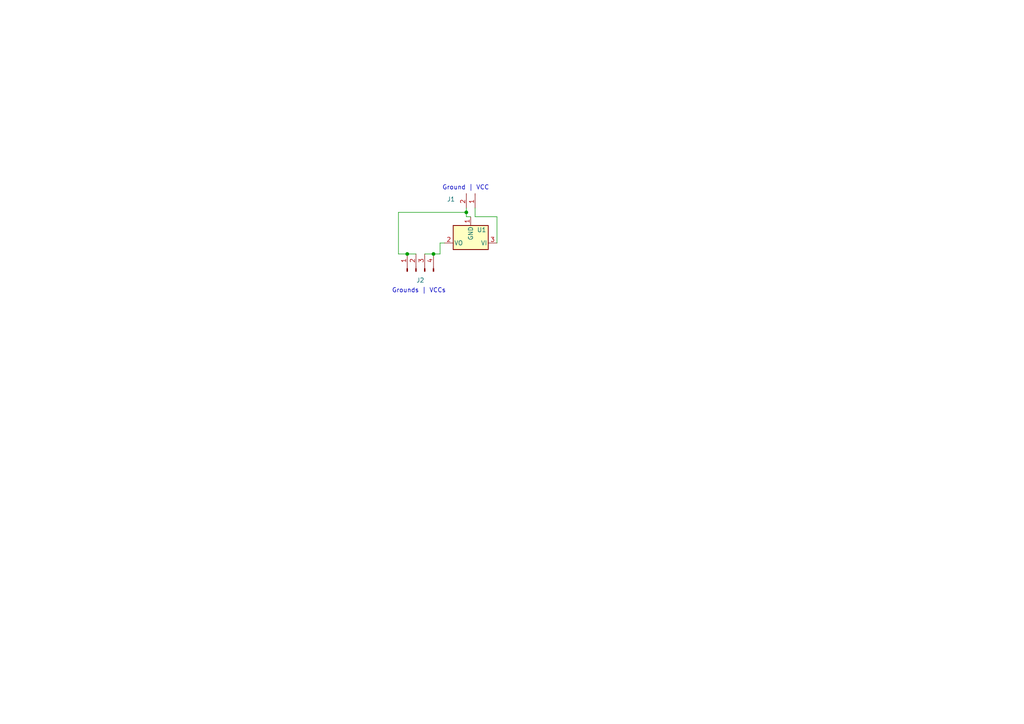
<source format=kicad_sch>
(kicad_sch (version 20211123) (generator eeschema)
  (paper "A4")
  (lib_symbols
    (symbol "Fab Library:Conn_PinHeader_1x02_P2.54mm_Horizontal_SMD" (pin_names (offset 1.016))
      (property "Reference" "J" (at 0 2.54 0))
      (property "Value" "Conn_PinHeader_1x02_P2.54mm_Horizontal_SMD" (at 0 -5.08 0))
      (symbol "Conn_PinHeader_1x02_P2.54mm_Horizontal_SMD_1_1"
        (polyline (pts (xy 1.27 -2.54) (xy 0.8636 -2.54)) (stroke (width 0.1524)))
        (polyline (pts (xy 1.27 0) (xy 0.8636 0)) (stroke (width 0.1524)))
        (pin passive line (at 5.08 0 180) (length 3.81) (name "~") (number "1"))
        (pin passive line (at 5.08 -2.54 180) (length 3.81) (name "~") (number "2"))
      )
    )
    (symbol "Fab Library:Conn_PinHeader_1x04_P2.54mm_Horizontal_SMD" (pin_names (offset 1.016) hide)
      (property "Reference" "J" (at 0 5.08 0))
      (property "Value" "Conn_PinHeader_1x04_P2.54mm_Horizontal_SMD" (at 0 -7.62 0))
      (symbol "Conn_PinHeader_1x04_P2.54mm_Horizontal_SMD_1_1"
        (polyline (pts (xy 1.27 -5.08) (xy 0.8636 -5.08)) (stroke (width 0.1524)))
        (polyline (pts (xy 1.27 -2.54) (xy 0.8636 -2.54)) (stroke (width 0.1524)))
        (polyline (pts (xy 1.27 0) (xy 0.8636 0)) (stroke (width 0.1524)))
        (polyline (pts (xy 1.27 2.54) (xy 0.8636 2.54)) (stroke (width 0.1524)))
        (rectangle (start 0.8636 -4.953) (end 0 -5.207) (stroke (width 0.1524)) (fill (type outline)))
        (rectangle (start 0.8636 -2.413) (end 0 -2.667) (stroke (width 0.1524)) (fill (type outline)))
        (rectangle (start 0.8636 0.127) (end 0 -0.127) (stroke (width 0.1524)) (fill (type outline)))
        (rectangle (start 0.8636 2.667) (end 0 2.413) (stroke (width 0.1524)) (fill (type outline)))
        (pin passive line (at 5.08 2.54 180) (length 3.81) (name "Pin_1") (number "1"))
        (pin passive line (at 5.08 0 180) (length 3.81) (name "Pin_2") (number "2"))
        (pin passive line (at 5.08 -2.54 180) (length 3.81) (name "Pin_3") (number "3"))
        (pin passive line (at 5.08 -5.08 180) (length 3.81) (name "Pin_4") (number "4"))
      )
    )
    (symbol "Fab Library:Regulator_Linear_NCP1117-5.0V-1A" (pin_names (offset 0.254))
      (property "Reference" "U" (at -3.81 3.175 0))
      (property "Value" "Regulator_Linear_NCP1117-5.0V-1A" (at 0 3.175 0))
      (symbol "Regulator_Linear_NCP1117-5.0V-1A_0_1"
        (rectangle (start -5.08 -5.08) (end 5.08 1.905) (stroke (width 0.254)) (fill (type background)))
      )
      (symbol "Regulator_Linear_NCP1117-5.0V-1A_1_1"
        (pin power_in line (at 0 -7.62 90) (length 2.54) (name "GND") (number "1"))
        (pin power_out line (at 7.62 0 180) (length 2.54) (name "VO") (number "2"))
        (pin power_in line (at -7.62 0 0) (length 2.54) (name "VI") (number "3"))
      )
    )
  )
  (junction (at 118.11 73.66))
  (junction (at 135.255 61.595))
  (junction (at 125.73 73.66))
  (wire (pts (xy 135.255 60.325) (xy 135.255 61.595)))
  (wire (pts (xy 135.255 62.865) (xy 136.525 62.865)))
  (wire (pts (xy 135.255 61.595) (xy 135.255 62.865)))
  (wire (pts (xy 115.57 73.66) (xy 118.11 73.66)))
  (wire (pts (xy 128.905 70.485) (xy 127.635 70.485)))
  (wire (pts (xy 144.145 62.865) (xy 137.795 62.865)))
  (wire (pts (xy 144.145 70.485) (xy 144.145 62.865)))
  (wire (pts (xy 118.11 73.66) (xy 120.65 73.66)))
  (wire (pts (xy 115.57 61.595) (xy 135.255 61.595)))
  (wire (pts (xy 137.795 62.865) (xy 137.795 60.325)))
  (wire (pts (xy 123.19 73.66) (xy 125.73 73.66)))
  (wire (pts (xy 127.635 73.66) (xy 125.73 73.66)))
  (wire (pts (xy 127.635 70.485) (xy 127.635 73.66)))
  (wire (pts (xy 115.57 61.595) (xy 115.57 73.66)))
  (text "Grounds | VCCs" (at 113.665 85.09 0) (effects (font (size 1.27 1.27)) (justify left bottom)))
  (text "Ground | VCC" (at 128.27 55.245 0) (effects (font (size 1.27 1.27)) (justify left bottom)))
  (symbol (lib_id "Fab Library:Conn_PinHeader_1x02_P2.54mm_Horizontal_SMD") (at 137.795 55.245 270) (unit 1)
    (property "Reference" "J1" (at 130.81 57.785 90))
    (property "Value" "Conn_PinHeader_1x02_P2.54mm_Horizontal_SMD" (effects hide))
    (property "Footprint" "fab:PinHeader_UPDI_01x02_P2.54mm_Horizontal_SMD" (effects hide))
  )
  (symbol (lib_id "Fab Library:Conn_PinHeader_1x04_P2.54mm_Horizontal_SMD") (at 120.65 78.74 90) (unit 1)
    (property "Reference" "J2" (at 121.92 81.28 90))
    (property "Value" "Conn_PinHeader_1x04_P2.54mm_Horizontal_SMD" (effects hide))
    (property "Footprint" "fab:PinHeader_1x04_P2.54mm_Horizontal_SMD" (effects hide))
  )
  (symbol (lib_id "Fab Library:Regulator_Linear_NCP1117-5.0V-1A") (at 136.525 70.485 180) (unit 1)
    (property "Reference" "U1" (at 139.7 66.675 0))
    (property "Value" "Regulator_Linear_NCP1117-5.0V-1A" (effects hide))
    (property "Footprint" "fab:SOT-223-3_TabPin2" (effects hide))
    (property "Datasheet" "https://www.onsemi.com/pub/Collateral/NCP1117-D.PDF" (effects hide))
  )
)
</source>
